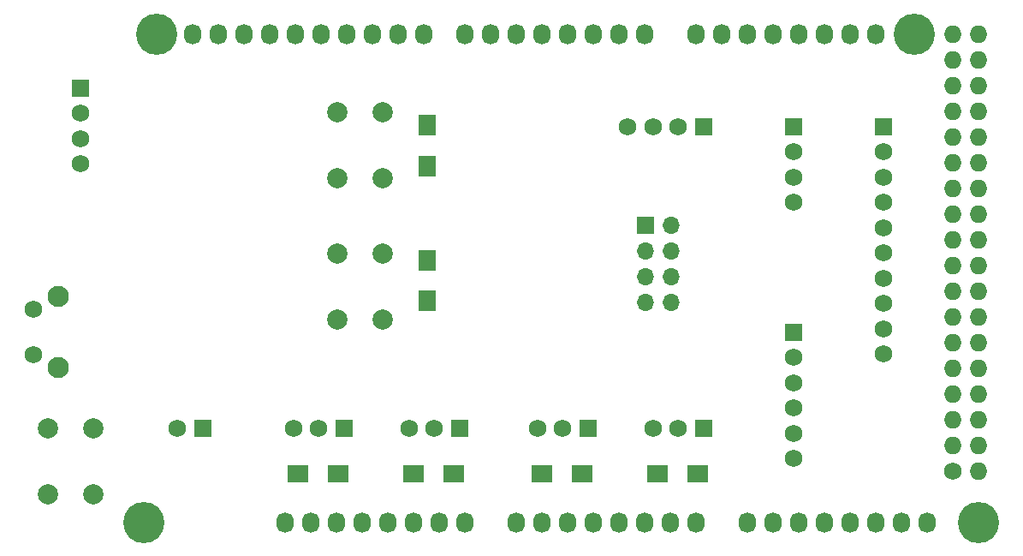
<source format=gbr>
G04 #@! TF.FileFunction,Soldermask,Bot*
%FSLAX46Y46*%
G04 Gerber Fmt 4.6, Leading zero omitted, Abs format (unit mm)*
G04 Created by KiCad (PCBNEW 4.0.7) date 03/25/18 23:56:26*
%MOMM*%
%LPD*%
G01*
G04 APERTURE LIST*
%ADD10C,0.100000*%
%ADD11C,1.727200*%
%ADD12O,1.727200X1.727200*%
%ADD13O,1.727200X2.032000*%
%ADD14C,4.064000*%
%ADD15R,2.000000X1.700000*%
%ADD16C,2.100000*%
%ADD17C,1.750000*%
%ADD18R,1.700000X2.000000*%
%ADD19C,2.000000*%
%ADD20R,1.750000X1.750000*%
%ADD21R,1.700000X1.700000*%
%ADD22O,1.700000X1.700000*%
G04 APERTURE END LIST*
D10*
D11*
X197358000Y-114046000D03*
D12*
X199898000Y-114046000D03*
X197358000Y-111506000D03*
X199898000Y-111506000D03*
X197358000Y-108966000D03*
X199898000Y-108966000D03*
X197358000Y-106426000D03*
X199898000Y-106426000D03*
X197358000Y-103886000D03*
X199898000Y-103886000D03*
X197358000Y-101346000D03*
X199898000Y-101346000D03*
X197358000Y-98806000D03*
X199898000Y-98806000D03*
X197358000Y-96266000D03*
X199898000Y-96266000D03*
X197358000Y-93726000D03*
X199898000Y-93726000D03*
X197358000Y-91186000D03*
X199898000Y-91186000D03*
X197358000Y-88646000D03*
X199898000Y-88646000D03*
X197358000Y-86106000D03*
X199898000Y-86106000D03*
X197358000Y-83566000D03*
X199898000Y-83566000D03*
X197358000Y-81026000D03*
X199898000Y-81026000D03*
X197358000Y-78486000D03*
X199898000Y-78486000D03*
X197358000Y-75946000D03*
X199898000Y-75946000D03*
X197358000Y-73406000D03*
X199898000Y-73406000D03*
X197358000Y-70866000D03*
X199898000Y-70866000D03*
D13*
X131318000Y-119126000D03*
X133858000Y-119126000D03*
X136398000Y-119126000D03*
X138938000Y-119126000D03*
X141478000Y-119126000D03*
X144018000Y-119126000D03*
X146558000Y-119126000D03*
X149098000Y-119126000D03*
X154178000Y-119126000D03*
X156718000Y-119126000D03*
X159258000Y-119126000D03*
X161798000Y-119126000D03*
X164338000Y-119126000D03*
X166878000Y-119126000D03*
X169418000Y-119126000D03*
X171958000Y-119126000D03*
X177038000Y-119126000D03*
X179578000Y-119126000D03*
X182118000Y-119126000D03*
X184658000Y-119126000D03*
X187198000Y-119126000D03*
X189738000Y-119126000D03*
X192278000Y-119126000D03*
X194818000Y-119126000D03*
X122174000Y-70866000D03*
X124714000Y-70866000D03*
X127254000Y-70866000D03*
X129794000Y-70866000D03*
X132334000Y-70866000D03*
X134874000Y-70866000D03*
X137414000Y-70866000D03*
X139954000Y-70866000D03*
X142494000Y-70866000D03*
X145034000Y-70866000D03*
X149098000Y-70866000D03*
X151638000Y-70866000D03*
X154178000Y-70866000D03*
X156718000Y-70866000D03*
X159258000Y-70866000D03*
X161798000Y-70866000D03*
X164338000Y-70866000D03*
X166878000Y-70866000D03*
X171958000Y-70866000D03*
X174498000Y-70866000D03*
X177038000Y-70866000D03*
X179578000Y-70866000D03*
X182118000Y-70866000D03*
X184658000Y-70866000D03*
X187198000Y-70866000D03*
X189738000Y-70866000D03*
D14*
X117348000Y-119126000D03*
X199898000Y-119126000D03*
X118618000Y-70866000D03*
X193548000Y-70866000D03*
D15*
X136620000Y-114300000D03*
X132620000Y-114300000D03*
X148050000Y-114300000D03*
X144050000Y-114300000D03*
X156750000Y-114300000D03*
X160750000Y-114300000D03*
X168180000Y-114300000D03*
X172180000Y-114300000D03*
D16*
X108916000Y-103804000D03*
D17*
X106426000Y-102544000D03*
X106426000Y-98044000D03*
D16*
X108916000Y-96794000D03*
D18*
X145415000Y-97250000D03*
X145415000Y-93250000D03*
X145415000Y-79915000D03*
X145415000Y-83915000D03*
D19*
X141025000Y-99060000D03*
X136525000Y-99060000D03*
X141025000Y-92560000D03*
X136525000Y-92560000D03*
X141025000Y-85090000D03*
X136525000Y-85090000D03*
X141025000Y-78590000D03*
X136525000Y-78590000D03*
D20*
X190500000Y-80010000D03*
D17*
X190500000Y-82510000D03*
X190500000Y-85010000D03*
X190500000Y-87510000D03*
X190500000Y-90010000D03*
X190500000Y-92510000D03*
X190500000Y-95010000D03*
X190500000Y-97510000D03*
X190500000Y-100010000D03*
X190500000Y-102510000D03*
D20*
X137160000Y-109855000D03*
D17*
X134660000Y-109855000D03*
X132160000Y-109855000D03*
D20*
X148590000Y-109855000D03*
D17*
X146090000Y-109855000D03*
X143590000Y-109855000D03*
D20*
X181610000Y-100330000D03*
D17*
X181610000Y-102830000D03*
X181610000Y-105330000D03*
X181610000Y-107830000D03*
X181610000Y-110330000D03*
X181610000Y-112830000D03*
D20*
X161290000Y-109855000D03*
D17*
X158790000Y-109855000D03*
X156290000Y-109855000D03*
D20*
X172720000Y-109855000D03*
D17*
X170220000Y-109855000D03*
X167720000Y-109855000D03*
D20*
X181610000Y-80010000D03*
D17*
X181610000Y-82510000D03*
X181610000Y-85010000D03*
X181610000Y-87510000D03*
D20*
X172720000Y-80010000D03*
D17*
X170220000Y-80010000D03*
X167720000Y-80010000D03*
X165220000Y-80010000D03*
D19*
X107895000Y-109855000D03*
X112395000Y-109855000D03*
X107895000Y-116355000D03*
X112395000Y-116355000D03*
D21*
X167005000Y-89789000D03*
D22*
X169545000Y-89789000D03*
X167005000Y-92329000D03*
X169545000Y-92329000D03*
X167005000Y-94869000D03*
X169545000Y-94869000D03*
X167005000Y-97409000D03*
X169545000Y-97409000D03*
D20*
X123190000Y-109855000D03*
D17*
X120690000Y-109855000D03*
D20*
X111125000Y-76200000D03*
D17*
X111125000Y-78700000D03*
X111125000Y-81200000D03*
X111125000Y-83700000D03*
M02*

</source>
